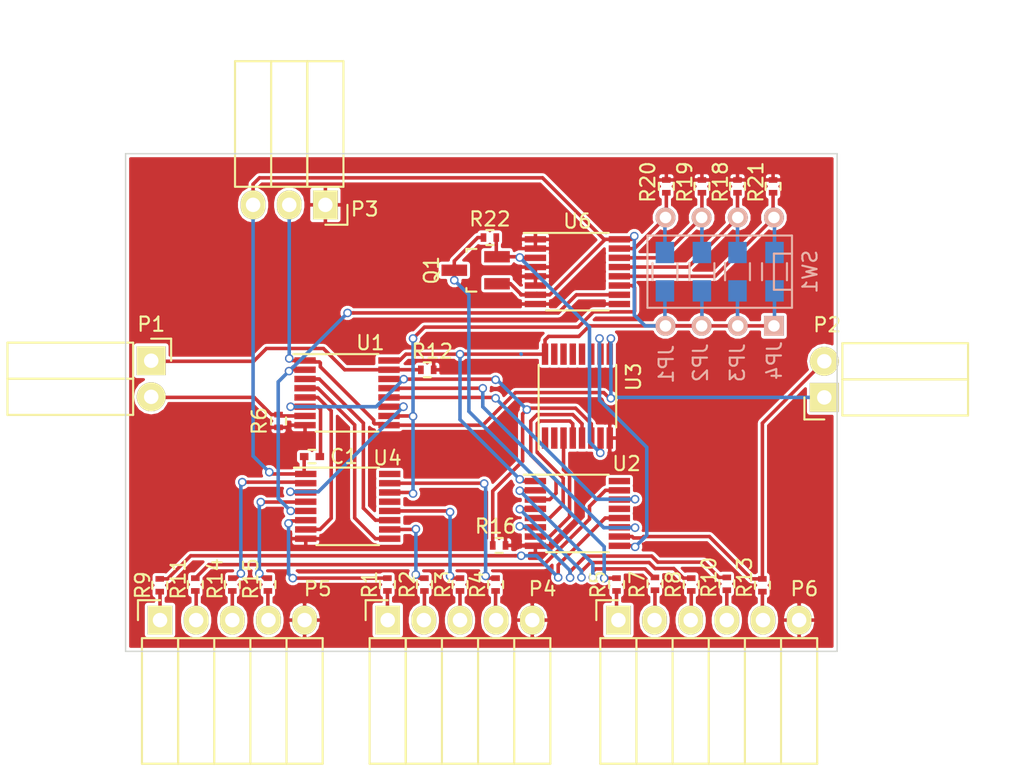
<source format=kicad_pcb>
(kicad_pcb (version 4) (host pcbnew no-vcs-found-MacPorts)
  (layers (0 F.Cu signal) (31 B.Cu signal) (34 B.Paste user) (35 F.Paste user) (36 B.SilkS user) (37 F.SilkS user) (38 B.Mask user) (39 F.Mask user) (44 Edge.Cuts user))
  (net 0 "")
  (net 1 /reset)
  (net 2 "Net-(P1-Pad1)")
  (net 3 "Net-(P1-Pad2)")
  (net 4 /out)
  (net 5 /clock)
  (net 6 "Net-(U1-Pad3)")
  (net 7 "Net-(U1-Pad4)")
  (net 8 "Net-(U1-Pad5)")
  (net 9 /in_a)
  (net 10 "Net-(U1-Pad11)")
  (net 11 "Net-(U1-Pad12)")
  (net 12 "Net-(U1-Pad13)")
  (net 13 /in_b)
  (net 14 "Net-(U2-Pad3)")
  (net 15 "Net-(U2-Pad5)")
  (net 16 "Net-(U2-Pad7)")
  (net 17 "Net-(U2-Pad9)")
  (net 18 "Net-(P2-Pad2)")
  (net 19 "Net-(R1-Pad1)")
  (net 20 "Net-(R2-Pad1)")
  (net 21 "Net-(R3-Pad1)")
  (net 22 "Net-(R4-Pad1)")
  (net 23 "Net-(R7-Pad1)")
  (net 24 "Net-(R8-Pad1)")
  (net 25 "Net-(R9-Pad1)")
  (net 26 "Net-(R10-Pad1)")
  (net 27 "Net-(R11-Pad1)")
  (net 28 "Net-(R14-Pad1)")
  (net 29 "Net-(R15-Pad1)")
  (net 30 VSS)
  (net 31 /X0)
  (net 32 /X1)
  (net 33 /X2)
  (net 34 /X3)
  (net 35 "Net-(P4-Pad1)")
  (net 36 "Net-(P4-Pad2)")
  (net 37 "Net-(P4-Pad3)")
  (net 38 "Net-(P4-Pad4)")
  (net 39 /led_main)
  (net 40 "Net-(P5-Pad2)")
  (net 41 "Net-(P5-Pad3)")
  (net 42 "Net-(P5-Pad4)")
  (net 43 "Net-(Q1-Pad3)")
  (net 44 Vdd)
  (net 45 "Net-(P5-Pad1)")
  (net 46 "Net-(P6-Pad2)")
  (net 47 "Net-(P6-Pad3)")
  (net 48 "Net-(P6-Pad4)")
  (net 49 "Net-(P6-Pad5)")
  (module Socket_Strips:Socket_Strip_Angled_1x02 (layer F.Cu) (at 73.1 45.84 90)
    (fp_text reference P2 (at 5.1 0.2 180) (layer F.SilkS))
    (fp_text value Output)
    (pad 1 thru_hole rect (at 0 0 90) (size 2.032 2.032) (drill 1.016) (layers *.Cu *.Mask F.SilkS) (net 5 /clock))
    (pad 2 thru_hole oval (at 2.54 0 90) (size 2.032 2.032) (drill 1.016) (layers *.Cu *.Mask F.SilkS) (net 18 "Net-(P2-Pad2)"))
  )
  (module Housings_SSOP:TSSOP-16_4.4x5mm_Pitch0.65mm (layer F.Cu) (at 55.75 54)
    (fp_text reference U2 (at 3.45 -3.5) (layer F.SilkS))
    (fp_text value 4050)
    (pad 1 smd rect (at -2.95 -2.275) (size 1.5 0.45) (layers F.Cu F.Paste F.Mask) (net 44 Vdd))
    (pad 2 smd rect (at -2.95 -1.625) (size 1.5 0.45) (layers F.Cu F.Paste F.Mask) (net 23 "Net-(R7-Pad1)"))
    (pad 3 smd rect (at -2.95 -0.975) (size 1.5 0.45) (layers F.Cu F.Paste F.Mask) (net 14 "Net-(U2-Pad3)"))
    (pad 4 smd rect (at -2.95 -0.325) (size 1.5 0.45) (layers F.Cu F.Paste F.Mask) (net 24 "Net-(R8-Pad1)"))
    (pad 5 smd rect (at -2.95 0.325) (size 1.5 0.45) (layers F.Cu F.Paste F.Mask) (net 15 "Net-(U2-Pad5)"))
    (pad 6 smd rect (at -2.95 0.975) (size 1.5 0.45) (layers F.Cu F.Paste F.Mask) (net 26 "Net-(R10-Pad1)"))
    (pad 7 smd rect (at -2.95 1.625) (size 1.5 0.45) (layers F.Cu F.Paste F.Mask) (net 16 "Net-(U2-Pad7)"))
    (pad 8 smd rect (at -2.95 2.275) (size 1.5 0.45) (layers F.Cu F.Paste F.Mask) (net 30 VSS))
    (pad 9 smd rect (at 2.95 2.275) (size 1.5 0.45) (layers F.Cu F.Paste F.Mask) (net 17 "Net-(U2-Pad9)"))
    (pad 10 smd rect (at 2.95 1.625) (size 1.5 0.45) (layers F.Cu F.Paste F.Mask) (net 18 "Net-(P2-Pad2)"))
    (pad 11 smd rect (at 2.95 0.975) (size 1.5 0.45) (layers F.Cu F.Paste F.Mask) (net 12 "Net-(U1-Pad13)"))
    (pad 12 smd rect (at 2.95 0.325) (size 1.5 0.45) (layers F.Cu F.Paste F.Mask) (net 25 "Net-(R9-Pad1)"))
    (pad 13 smd rect (at 2.95 -0.325) (size 1.5 0.45) (layers F.Cu F.Paste F.Mask))
    (pad 14 smd rect (at 2.95 -0.975) (size 1.5 0.45) (layers F.Cu F.Paste F.Mask) (net 11 "Net-(U1-Pad12)"))
    (pad 15 smd rect (at 2.95 -1.625) (size 1.5 0.45) (layers F.Cu F.Paste F.Mask) (net 27 "Net-(R11-Pad1)"))
    (pad 16 smd rect (at 2.95 -2.275) (size 1.5 0.45) (layers F.Cu F.Paste F.Mask))
  )
  (module Socket_Strips:Socket_Strip_Angled_1x05 (layer F.Cu) (at 42.42 61.5)
    (fp_text reference P4 (at 10.88 -2.2) (layer F.SilkS))
    (fp_text value CONN_01X05)
    (pad 1 thru_hole rect (at 0 0) (size 1.7272 2.032) (drill 1.016) (layers *.Cu *.Mask F.SilkS) (net 35 "Net-(P4-Pad1)"))
    (pad 2 thru_hole oval (at 2.54 0) (size 1.7272 2.032) (drill 1.016) (layers *.Cu *.Mask F.SilkS) (net 36 "Net-(P4-Pad2)"))
    (pad 3 thru_hole oval (at 5.08 0) (size 1.7272 2.032) (drill 1.016) (layers *.Cu *.Mask F.SilkS) (net 37 "Net-(P4-Pad3)"))
    (pad 4 thru_hole oval (at 7.62 0) (size 1.7272 2.032) (drill 1.016) (layers *.Cu *.Mask F.SilkS) (net 38 "Net-(P4-Pad4)"))
    (pad 5 thru_hole oval (at 10.16 0) (size 1.7272 2.032) (drill 1.016) (layers *.Cu *.Mask F.SilkS) (net 30 VSS))
  )
  (module Housings_SSOP:TSSOP-16_4.4x5mm_Pitch0.65mm (layer F.Cu) (at 55.75 37)
    (fp_text reference U6 (at 0 -3.55) (layer F.SilkS))
    (fp_text value 4051)
    (pad 1 smd rect (at -2.95 -2.275) (size 1.5 0.45) (layers F.Cu F.Paste F.Mask) (net 30 VSS))
    (pad 2 smd rect (at -2.95 -1.625) (size 1.5 0.45) (layers F.Cu F.Paste F.Mask) (net 30 VSS))
    (pad 3 smd rect (at -2.95 -0.975) (size 1.5 0.45) (layers F.Cu F.Paste F.Mask) (net 4 /out))
    (pad 4 smd rect (at -2.95 -0.325) (size 1.5 0.45) (layers F.Cu F.Paste F.Mask) (net 30 VSS))
    (pad 5 smd rect (at -2.95 0.325) (size 1.5 0.45) (layers F.Cu F.Paste F.Mask) (net 30 VSS))
    (pad 6 smd rect (at -2.95 0.975) (size 1.5 0.45) (layers F.Cu F.Paste F.Mask) (net 30 VSS))
    (pad 7 smd rect (at -2.95 1.625) (size 1.5 0.45) (layers F.Cu F.Paste F.Mask) (net 44 Vdd))
    (pad 8 smd rect (at -2.95 2.275) (size 1.5 0.45) (layers F.Cu F.Paste F.Mask) (net 30 VSS))
    (pad 9 smd rect (at 2.95 2.275) (size 1.5 0.45) (layers F.Cu F.Paste F.Mask) (net 30 VSS))
    (pad 10 smd rect (at 2.95 1.625) (size 1.5 0.45) (layers F.Cu F.Paste F.Mask) (net 13 /in_b))
    (pad 11 smd rect (at 2.95 0.975) (size 1.5 0.45) (layers F.Cu F.Paste F.Mask) (net 9 /in_a))
    (pad 12 smd rect (at 2.95 0.325) (size 1.5 0.45) (layers F.Cu F.Paste F.Mask) (net 34 /X3))
    (pad 13 smd rect (at 2.95 -0.325) (size 1.5 0.45) (layers F.Cu F.Paste F.Mask) (net 31 /X0))
    (pad 14 smd rect (at 2.95 -0.975) (size 1.5 0.45) (layers F.Cu F.Paste F.Mask) (net 32 /X1))
    (pad 15 smd rect (at 2.95 -1.625) (size 1.5 0.45) (layers F.Cu F.Paste F.Mask) (net 33 /X2))
    (pad 16 smd rect (at 2.95 -2.275) (size 1.5 0.45) (layers F.Cu F.Paste F.Mask) (net 44 Vdd))
  )
  (module Socket_Strips:Socket_Strip_Angled_1x05 (layer F.Cu) (at 26.42 61.5)
    (fp_text reference P5 (at 11.08 -2.2) (layer F.SilkS))
    (fp_text value CONN_01X05)
    (pad 1 thru_hole rect (at 0 0) (size 1.7272 2.032) (drill 1.016) (layers *.Cu *.Mask F.SilkS) (net 45 "Net-(P5-Pad1)"))
    (pad 2 thru_hole oval (at 2.54 0) (size 1.7272 2.032) (drill 1.016) (layers *.Cu *.Mask F.SilkS) (net 40 "Net-(P5-Pad2)"))
    (pad 3 thru_hole oval (at 5.08 0) (size 1.7272 2.032) (drill 1.016) (layers *.Cu *.Mask F.SilkS) (net 41 "Net-(P5-Pad3)"))
    (pad 4 thru_hole oval (at 7.62 0) (size 1.7272 2.032) (drill 1.016) (layers *.Cu *.Mask F.SilkS) (net 42 "Net-(P5-Pad4)"))
    (pad 5 thru_hole oval (at 10.16 0) (size 1.7272 2.032) (drill 1.016) (layers *.Cu *.Mask F.SilkS) (net 30 VSS))
  )
  (module Resistors_SMD:R_0402 (layer F.Cu) (at 47.5 59 270)
    (fp_text reference R3 (at 0 1.2 270) (layer F.SilkS))
    (fp_text value 220)
    (pad 1 smd rect (at -0.45 0 270) (size 0.4 0.6) (layers F.Cu F.Paste F.Mask) (net 21 "Net-(R3-Pad1)"))
    (pad 2 smd rect (at 0.45 0 270) (size 0.4 0.6) (layers F.Cu F.Paste F.Mask) (net 37 "Net-(P4-Pad3)"))
  )
  (module Resistors_SMD:R_0402 (layer F.Cu) (at 42.4 59 270)
    (fp_text reference R1 (at 0 1.25 270) (layer F.SilkS))
    (fp_text value 220)
    (pad 1 smd rect (at -0.45 0 270) (size 0.4 0.6) (layers F.Cu F.Paste F.Mask) (net 19 "Net-(R1-Pad1)"))
    (pad 2 smd rect (at 0.45 0 270) (size 0.4 0.6) (layers F.Cu F.Paste F.Mask) (net 35 "Net-(P4-Pad1)"))
  )
  (module Housings_SSOP:TSSOP-16_4.4x5mm_Pitch0.65mm (layer F.Cu) (at 39.56 45.52)
    (fp_text reference U1 (at 1.64 -3.52) (layer F.SilkS))
    (fp_text value 4015)
    (pad 1 smd rect (at -2.95 -2.275) (size 1.5 0.45) (layers F.Cu F.Paste F.Mask) (net 5 /clock))
    (pad 2 smd rect (at -2.95 -1.625) (size 1.5 0.45) (layers F.Cu F.Paste F.Mask) (net 13 /in_b))
    (pad 3 smd rect (at -2.95 -0.975) (size 1.5 0.45) (layers F.Cu F.Paste F.Mask) (net 6 "Net-(U1-Pad3)"))
    (pad 4 smd rect (at -2.95 -0.325) (size 1.5 0.45) (layers F.Cu F.Paste F.Mask) (net 7 "Net-(U1-Pad4)"))
    (pad 5 smd rect (at -2.95 0.325) (size 1.5 0.45) (layers F.Cu F.Paste F.Mask) (net 8 "Net-(U1-Pad5)"))
    (pad 6 smd rect (at -2.95 0.975) (size 1.5 0.45) (layers F.Cu F.Paste F.Mask) (net 1 /reset))
    (pad 7 smd rect (at -2.95 1.625) (size 1.5 0.45) (layers F.Cu F.Paste F.Mask) (net 3 "Net-(P1-Pad2)"))
    (pad 8 smd rect (at -2.95 2.275) (size 1.5 0.45) (layers F.Cu F.Paste F.Mask) (net 30 VSS))
    (pad 9 smd rect (at 2.95 2.275) (size 1.5 0.45) (layers F.Cu F.Paste F.Mask) (net 5 /clock))
    (pad 10 smd rect (at 2.95 1.625) (size 1.5 0.45) (layers F.Cu F.Paste F.Mask) (net 9 /in_a))
    (pad 11 smd rect (at 2.95 0.975) (size 1.5 0.45) (layers F.Cu F.Paste F.Mask) (net 10 "Net-(U1-Pad11)"))
    (pad 12 smd rect (at 2.95 0.325) (size 1.5 0.45) (layers F.Cu F.Paste F.Mask) (net 11 "Net-(U1-Pad12)"))
    (pad 13 smd rect (at 2.95 -0.325) (size 1.5 0.45) (layers F.Cu F.Paste F.Mask) (net 12 "Net-(U1-Pad13)"))
    (pad 14 smd rect (at 2.95 -0.975) (size 1.5 0.45) (layers F.Cu F.Paste F.Mask) (net 1 /reset))
    (pad 15 smd rect (at 2.95 -1.625) (size 1.5 0.45) (layers F.Cu F.Paste F.Mask) (net 2 "Net-(P1-Pad1)"))
    (pad 16 smd rect (at 2.95 -2.275) (size 1.5 0.45) (layers F.Cu F.Paste F.Mask) (net 44 Vdd))
  )
  (module Resistors_SMD:R_0402 (layer F.Cu) (at 49.6 34.6 180)
    (fp_text reference R22 (at 0 1.3 180) (layer F.SilkS))
    (fp_text value 0R)
    (pad 1 smd rect (at -0.45 0 180) (size 0.4 0.6) (layers F.Cu F.Paste F.Mask) (net 4 /out))
    (pad 2 smd rect (at 0.45 0 180) (size 0.4 0.6) (layers F.Cu F.Paste F.Mask) (net 43 "Net-(Q1-Pad3)"))
  )
  (module Sockets_DIP:DIP-8__300 (layer B.Cu) (at 65.75 37 180)
    (fp_text reference SW1 (at -6.35 0 450) (layer B.SilkS) (effects (justify mirror)))
    (fp_text value DIPS_04)
    (pad 1 thru_hole rect (at -3.81 -3.81 180) (size 1.397 1.397) (drill 0.8128) (layers *.Cu *.Mask B.SilkS) (net 44 Vdd))
    (pad 2 thru_hole circle (at -1.27 -3.81 180) (size 1.397 1.397) (drill 0.8128) (layers *.Cu *.Mask B.SilkS) (net 44 Vdd))
    (pad 3 thru_hole circle (at 1.27 -3.81 180) (size 1.397 1.397) (drill 0.8128) (layers *.Cu *.Mask B.SilkS) (net 44 Vdd))
    (pad 4 thru_hole circle (at 3.81 -3.81 180) (size 1.397 1.397) (drill 0.8128) (layers *.Cu *.Mask B.SilkS) (net 44 Vdd))
    (pad 5 thru_hole circle (at 3.81 3.81 180) (size 1.397 1.397) (drill 0.8128) (layers *.Cu *.Mask B.SilkS) (net 33 /X2))
    (pad 6 thru_hole circle (at 1.27 3.81 180) (size 1.397 1.397) (drill 0.8128) (layers *.Cu *.Mask B.SilkS) (net 32 /X1))
    (pad 7 thru_hole circle (at -1.27 3.81 180) (size 1.397 1.397) (drill 0.8128) (layers *.Cu *.Mask B.SilkS) (net 31 /X0))
    (pad 8 thru_hole circle (at -3.81 3.81 180) (size 1.397 1.397) (drill 0.8128) (layers *.Cu *.Mask B.SilkS) (net 34 /X3))
  )
  (module Capacitors_SMD:C_0402 (layer F.Cu) (at 37.1 50)
    (fp_text reference C1 (at 2.25 0) (layer F.SilkS))
    (fp_text value C)
    (pad 1 smd rect (at -0.55 0) (size 0.6 0.5) (layers F.Cu F.Paste F.Mask) (net 44 Vdd))
    (pad 2 smd rect (at 0.55 0) (size 0.6 0.5) (layers F.Cu F.Paste F.Mask) (net 1 /reset))
  )
  (module Resistors_SMD:R_0402 (layer F.Cu) (at 45 59 270)
    (fp_text reference R2 (at 0 1.2 270) (layer F.SilkS))
    (fp_text value 220)
    (pad 1 smd rect (at -0.45 0 270) (size 0.4 0.6) (layers F.Cu F.Paste F.Mask) (net 20 "Net-(R2-Pad1)"))
    (pad 2 smd rect (at 0.45 0 270) (size 0.4 0.6) (layers F.Cu F.Paste F.Mask) (net 36 "Net-(P4-Pad2)"))
  )
  (module Resistors_SMD:R_0402 (layer F.Cu) (at 50 59 270)
    (fp_text reference R4 (at 0 1.25 270) (layer F.SilkS))
    (fp_text value 220)
    (pad 1 smd rect (at -0.45 0 270) (size 0.4 0.6) (layers F.Cu F.Paste F.Mask) (net 22 "Net-(R4-Pad1)"))
    (pad 2 smd rect (at 0.45 0 270) (size 0.4 0.6) (layers F.Cu F.Paste F.Mask) (net 38 "Net-(P4-Pad4)"))
  )
  (module Resistors_SMD:R_0402 (layer F.Cu) (at 58.5 59 270)
    (fp_text reference R5 (at 0 1.3 270) (layer F.SilkS))
    (fp_text value 220)
    (pad 1 smd rect (at -0.45 0 270) (size 0.4 0.6) (layers F.Cu F.Paste F.Mask) (net 43 "Net-(Q1-Pad3)"))
    (pad 2 smd rect (at 0.45 0 270) (size 0.4 0.6) (layers F.Cu F.Paste F.Mask) (net 39 /led_main))
  )
  (module Resistors_SMD:R_0402 (layer F.Cu) (at 34.75 47.5 90)
    (fp_text reference R6 (at 0 -1.35 90) (layer F.SilkS))
    (fp_text value 10k)
    (pad 1 smd rect (at -0.45 0 90) (size 0.4 0.6) (layers F.Cu F.Paste F.Mask) (net 30 VSS))
    (pad 2 smd rect (at 0.45 0 90) (size 0.4 0.6) (layers F.Cu F.Paste F.Mask) (net 3 "Net-(P1-Pad2)"))
  )
  (module Resistors_SMD:R_0402 (layer F.Cu) (at 61.2 58.95 270)
    (fp_text reference R7 (at 0.05 1.25 270) (layer F.SilkS))
    (fp_text value 220)
    (pad 1 smd rect (at -0.45 0 270) (size 0.4 0.6) (layers F.Cu F.Paste F.Mask) (net 23 "Net-(R7-Pad1)"))
    (pad 2 smd rect (at 0.45 0 270) (size 0.4 0.6) (layers F.Cu F.Paste F.Mask) (net 46 "Net-(P6-Pad2)"))
  )
  (module Resistors_SMD:R_0402 (layer F.Cu) (at 63.75 59 270)
    (fp_text reference R8 (at 0 1.25 270) (layer F.SilkS))
    (fp_text value 220)
    (pad 1 smd rect (at -0.45 0 270) (size 0.4 0.6) (layers F.Cu F.Paste F.Mask) (net 24 "Net-(R8-Pad1)"))
    (pad 2 smd rect (at 0.45 0 270) (size 0.4 0.6) (layers F.Cu F.Paste F.Mask) (net 47 "Net-(P6-Pad3)"))
  )
  (module Resistors_SMD:R_0402 (layer F.Cu) (at 26.4 59.05 270)
    (fp_text reference R9 (at 0 1.2 270) (layer F.SilkS))
    (fp_text value 220)
    (pad 1 smd rect (at -0.45 0 270) (size 0.4 0.6) (layers F.Cu F.Paste F.Mask) (net 25 "Net-(R9-Pad1)"))
    (pad 2 smd rect (at 0.45 0 270) (size 0.4 0.6) (layers F.Cu F.Paste F.Mask) (net 45 "Net-(P5-Pad1)"))
  )
  (module Resistors_SMD:R_0402 (layer F.Cu) (at 66.25 58.95 270)
    (fp_text reference R10 (at -0.45 1.25 270) (layer F.SilkS))
    (fp_text value 220)
    (pad 1 smd rect (at -0.45 0 270) (size 0.4 0.6) (layers F.Cu F.Paste F.Mask) (net 26 "Net-(R10-Pad1)"))
    (pad 2 smd rect (at 0.45 0 270) (size 0.4 0.6) (layers F.Cu F.Paste F.Mask) (net 48 "Net-(P6-Pad4)"))
  )
  (module Resistors_SMD:R_0402 (layer F.Cu) (at 28.9 59 270)
    (fp_text reference R11 (at -0.4 1.2 270) (layer F.SilkS))
    (fp_text value 220)
    (pad 1 smd rect (at -0.45 0 270) (size 0.4 0.6) (layers F.Cu F.Paste F.Mask) (net 27 "Net-(R11-Pad1)"))
    (pad 2 smd rect (at 0.45 0 270) (size 0.4 0.6) (layers F.Cu F.Paste F.Mask) (net 40 "Net-(P5-Pad2)"))
  )
  (module Resistors_SMD:R_0402 (layer F.Cu) (at 45.2 43.9)
    (fp_text reference R12 (at 0.35 -1.3) (layer F.SilkS))
    (fp_text value 10k)
    (pad 1 smd rect (at -0.45 0) (size 0.4 0.6) (layers F.Cu F.Paste F.Mask) (net 2 "Net-(P1-Pad1)"))
    (pad 2 smd rect (at 0.45 0) (size 0.4 0.6) (layers F.Cu F.Paste F.Mask) (net 30 VSS))
  )
  (module Resistors_SMD:R_0402 (layer F.Cu) (at 68.75 59.05 270)
    (fp_text reference R13 (at -0.55 1.25 450) (layer F.SilkS))
    (fp_text value 220)
    (pad 1 smd rect (at -0.45 0 270) (size 0.4 0.6) (layers F.Cu F.Paste F.Mask) (net 18 "Net-(P2-Pad2)"))
    (pad 2 smd rect (at 0.45 0 270) (size 0.4 0.6) (layers F.Cu F.Paste F.Mask) (net 49 "Net-(P6-Pad5)"))
  )
  (module Resistors_SMD:R_0402 (layer F.Cu) (at 31.5 59 270)
    (fp_text reference R14 (at -0.4 1.2 270) (layer F.SilkS))
    (fp_text value 220)
    (pad 1 smd rect (at -0.45 0 270) (size 0.4 0.6) (layers F.Cu F.Paste F.Mask) (net 28 "Net-(R14-Pad1)"))
    (pad 2 smd rect (at 0.45 0 270) (size 0.4 0.6) (layers F.Cu F.Paste F.Mask) (net 41 "Net-(P5-Pad3)"))
  )
  (module Resistors_SMD:R_0402 (layer F.Cu) (at 34 59 270)
    (fp_text reference R15 (at -0.4 1.2 270) (layer F.SilkS))
    (fp_text value 220)
    (pad 1 smd rect (at -0.45 0 270) (size 0.4 0.6) (layers F.Cu F.Paste F.Mask) (net 29 "Net-(R15-Pad1)"))
    (pad 2 smd rect (at 0.45 0 270) (size 0.4 0.6) (layers F.Cu F.Paste F.Mask) (net 42 "Net-(P5-Pad4)"))
  )
  (module Resistors_SMD:R_0402 (layer F.Cu) (at 50.25 56.25 180)
    (fp_text reference R16 (at 0.25 1.35 180) (layer F.SilkS))
    (fp_text value R)
    (pad 1 smd rect (at -0.45 0 180) (size 0.4 0.6) (layers F.Cu F.Paste F.Mask) (net 30 VSS))
    (pad 2 smd rect (at 0.45 0 180) (size 0.4 0.6) (layers F.Cu F.Paste F.Mask) (net 1 /reset))
  )
  (module Resistors_SMD:R_0402 (layer F.Cu) (at 67 31 90)
    (fp_text reference R18 (at 0.3 -1.2 90) (layer F.SilkS))
    (fp_text value 10k)
    (pad 1 smd rect (at -0.45 0 90) (size 0.4 0.6) (layers F.Cu F.Paste F.Mask) (net 31 /X0))
    (pad 2 smd rect (at 0.45 0 90) (size 0.4 0.6) (layers F.Cu F.Paste F.Mask) (net 30 VSS))
  )
  (module Resistors_SMD:R_0402 (layer F.Cu) (at 64.5 31 90)
    (fp_text reference R19 (at 0.3 -1.2 90) (layer F.SilkS))
    (fp_text value 10k)
    (pad 1 smd rect (at -0.45 0 90) (size 0.4 0.6) (layers F.Cu F.Paste F.Mask) (net 32 /X1))
    (pad 2 smd rect (at 0.45 0 90) (size 0.4 0.6) (layers F.Cu F.Paste F.Mask) (net 30 VSS))
  )
  (module Resistors_SMD:R_0402 (layer F.Cu) (at 62 31 90)
    (fp_text reference R20 (at 0.3 -1.3 90) (layer F.SilkS))
    (fp_text value 10k)
    (pad 1 smd rect (at -0.45 0 90) (size 0.4 0.6) (layers F.Cu F.Paste F.Mask) (net 33 /X2))
    (pad 2 smd rect (at 0.45 0 90) (size 0.4 0.6) (layers F.Cu F.Paste F.Mask) (net 30 VSS))
  )
  (module Resistors_SMD:R_0402 (layer F.Cu) (at 69.5 31 90)
    (fp_text reference R21 (at 0.3 -1.2 90) (layer F.SilkS))
    (fp_text value 10k)
    (pad 1 smd rect (at -0.45 0 90) (size 0.4 0.6) (layers F.Cu F.Paste F.Mask) (net 34 /X3))
    (pad 2 smd rect (at 0.45 0 90) (size 0.4 0.6) (layers F.Cu F.Paste F.Mask) (net 30 VSS))
  )
  (module Housings_SSOP:TSSOP-16_4.4x5mm_Pitch0.65mm (layer F.Cu) (at 55.75 45.75 90)
    (fp_text reference U3 (at 1.35 3.95 90) (layer F.SilkS))
    (fp_text value 4015)
    (pad 1 smd rect (at -2.95 -2.275 90) (size 1.5 0.45) (layers F.Cu F.Paste F.Mask))
    (pad 2 smd rect (at -2.95 -1.625 90) (size 1.5 0.45) (layers F.Cu F.Paste F.Mask))
    (pad 3 smd rect (at -2.95 -0.975 90) (size 1.5 0.45) (layers F.Cu F.Paste F.Mask) (net 16 "Net-(U2-Pad7)"))
    (pad 4 smd rect (at -2.95 -0.325 90) (size 1.5 0.45) (layers F.Cu F.Paste F.Mask) (net 15 "Net-(U2-Pad5)"))
    (pad 5 smd rect (at -2.95 0.325 90) (size 1.5 0.45) (layers F.Cu F.Paste F.Mask) (net 14 "Net-(U2-Pad3)"))
    (pad 6 smd rect (at -2.95 0.975 90) (size 1.5 0.45) (layers F.Cu F.Paste F.Mask) (net 1 /reset))
    (pad 7 smd rect (at -2.95 1.625 90) (size 1.5 0.45) (layers F.Cu F.Paste F.Mask) (net 4 /out))
    (pad 8 smd rect (at -2.95 2.275 90) (size 1.5 0.45) (layers F.Cu F.Paste F.Mask) (net 30 VSS))
    (pad 9 smd rect (at 2.95 2.275 90) (size 1.5 0.45) (layers F.Cu F.Paste F.Mask) (net 5 /clock))
    (pad 10 smd rect (at 2.95 1.625 90) (size 1.5 0.45) (layers F.Cu F.Paste F.Mask) (net 17 "Net-(U2-Pad9)"))
    (pad 11 smd rect (at 2.95 0.975 90) (size 1.5 0.45) (layers F.Cu F.Paste F.Mask))
    (pad 12 smd rect (at 2.95 0.325 90) (size 1.5 0.45) (layers F.Cu F.Paste F.Mask))
    (pad 13 smd rect (at 2.95 -0.325 90) (size 1.5 0.45) (layers F.Cu F.Paste F.Mask))
    (pad 14 smd rect (at 2.95 -0.975 90) (size 1.5 0.45) (layers F.Cu F.Paste F.Mask))
    (pad 15 smd rect (at 2.95 -1.625 90) (size 1.5 0.45) (layers F.Cu F.Paste F.Mask))
    (pad 16 smd rect (at 2.95 -2.275 90) (size 1.5 0.45) (layers F.Cu F.Paste F.Mask) (net 44 Vdd))
  )
  (module Housings_SSOP:TSSOP-16_4.4x5mm_Pitch0.65mm (layer F.Cu) (at 39.61 53.5)
    (fp_text reference U4 (at 2.79 -3.4 180) (layer F.SilkS))
    (fp_text value 4050)
    (pad 1 smd rect (at -2.95 -2.275) (size 1.5 0.45) (layers F.Cu F.Paste F.Mask) (net 44 Vdd))
    (pad 2 smd rect (at -2.95 -1.625) (size 1.5 0.45) (layers F.Cu F.Paste F.Mask) (net 28 "Net-(R14-Pad1)"))
    (pad 3 smd rect (at -2.95 -0.975) (size 1.5 0.45) (layers F.Cu F.Paste F.Mask) (net 10 "Net-(U1-Pad11)"))
    (pad 4 smd rect (at -2.95 -0.325) (size 1.5 0.45) (layers F.Cu F.Paste F.Mask) (net 29 "Net-(R15-Pad1)"))
    (pad 5 smd rect (at -2.95 0.325) (size 1.5 0.45) (layers F.Cu F.Paste F.Mask) (net 13 /in_b))
    (pad 6 smd rect (at -2.95 0.975) (size 1.5 0.45) (layers F.Cu F.Paste F.Mask) (net 19 "Net-(R1-Pad1)"))
    (pad 7 smd rect (at -2.95 1.625) (size 1.5 0.45) (layers F.Cu F.Paste F.Mask) (net 8 "Net-(U1-Pad5)"))
    (pad 8 smd rect (at -2.95 2.275) (size 1.5 0.45) (layers F.Cu F.Paste F.Mask) (net 30 VSS))
    (pad 9 smd rect (at 2.95 2.275) (size 1.5 0.45) (layers F.Cu F.Paste F.Mask) (net 7 "Net-(U1-Pad4)"))
    (pad 10 smd rect (at 2.95 1.625) (size 1.5 0.45) (layers F.Cu F.Paste F.Mask) (net 20 "Net-(R2-Pad1)"))
    (pad 11 smd rect (at 2.95 0.975) (size 1.5 0.45) (layers F.Cu F.Paste F.Mask) (net 6 "Net-(U1-Pad3)"))
    (pad 12 smd rect (at 2.95 0.325) (size 1.5 0.45) (layers F.Cu F.Paste F.Mask) (net 21 "Net-(R3-Pad1)"))
    (pad 13 smd rect (at 2.95 -0.325) (size 1.5 0.45) (layers F.Cu F.Paste F.Mask))
    (pad 14 smd rect (at 2.95 -0.975) (size 1.5 0.45) (layers F.Cu F.Paste F.Mask) (net 9 /in_a))
    (pad 15 smd rect (at 2.95 -1.625) (size 1.5 0.45) (layers F.Cu F.Paste F.Mask) (net 22 "Net-(R4-Pad1)"))
    (pad 16 smd rect (at 2.95 -2.275) (size 1.5 0.45) (layers F.Cu F.Paste F.Mask))
  )
  (module Socket_Strips:Socket_Strip_Angled_1x06 (layer F.Cu) (at 58.63 61.5)
    (fp_text reference P6 (at 13.07 -2.2) (layer F.SilkS))
    (fp_text value CONN_01X06)
    (pad 1 thru_hole rect (at 0 0) (size 1.7272 2.032) (drill 1.016) (layers *.Cu *.Mask F.SilkS) (net 39 /led_main))
    (pad 2 thru_hole oval (at 2.54 0) (size 1.7272 2.032) (drill 1.016) (layers *.Cu *.Mask F.SilkS) (net 46 "Net-(P6-Pad2)"))
    (pad 3 thru_hole oval (at 5.08 0) (size 1.7272 2.032) (drill 1.016) (layers *.Cu *.Mask F.SilkS) (net 47 "Net-(P6-Pad3)"))
    (pad 4 thru_hole oval (at 7.62 0) (size 1.7272 2.032) (drill 1.016) (layers *.Cu *.Mask F.SilkS) (net 48 "Net-(P6-Pad4)"))
    (pad 5 thru_hole oval (at 10.16 0) (size 1.7272 2.032) (drill 1.016) (layers *.Cu *.Mask F.SilkS) (net 49 "Net-(P6-Pad5)"))
    (pad 6 thru_hole oval (at 12.7 0) (size 1.7272 2.032) (drill 1.016) (layers *.Cu *.Mask F.SilkS) (net 30 VSS))
  )
  (module Socket_Strips:Socket_Strip_Angled_1x03 (layer F.Cu) (at 38.04 32.3 180)
    (fp_text reference P3 (at -2.76 -0.3 180) (layer F.SilkS))
    (fp_text value Power)
    (pad 1 thru_hole rect (at 0 0 180) (size 1.7272 2.032) (drill 1.016) (layers *.Cu *.Mask F.SilkS) (net 30 VSS))
    (pad 2 thru_hole oval (at 2.54 0 180) (size 1.7272 2.032) (drill 1.016) (layers *.Cu *.Mask F.SilkS) (net 5 /clock))
    (pad 3 thru_hole oval (at 5.08 0 180) (size 1.7272 2.032) (drill 1.016) (layers *.Cu *.Mask F.SilkS) (net 44 Vdd))
  )
  (module Socket_Strips:Socket_Strip_Angled_1x02 (layer F.Cu) (at 25.8 43.26 270)
    (fp_text reference P1 (at -2.56 0 360) (layer F.SilkS))
    (fp_text value Input)
    (pad 1 thru_hole rect (at 0 0 270) (size 2.032 2.032) (drill 1.016) (layers *.Cu *.Mask F.SilkS) (net 2 "Net-(P1-Pad1)"))
    (pad 2 thru_hole oval (at 2.54 0 270) (size 2.032 2.032) (drill 1.016) (layers *.Cu *.Mask F.SilkS) (net 3 "Net-(P1-Pad2)"))
  )
  (module Housings_SOT-23_SOT-143_TSOT-6:SOT-23_Handsoldering (layer F.Cu) (at 48.6 36.9 90)
    (fp_text reference Q1 (at 0 -3.1 90) (layer F.SilkS))
    (fp_text value Q_NMOS_DGS)
    (pad 1 smd rect (at -0.95 1.50114 90) (size 0.8001 1.80086) (layers F.Cu F.Paste F.Mask) (net 44 Vdd))
    (pad 2 smd rect (at 0.95 1.50114 90) (size 0.8001 1.80086) (layers F.Cu F.Paste F.Mask) (net 4 /out))
    (pad 3 smd rect (at 0 -1.50114 90) (size 0.8001 1.80086) (layers F.Cu F.Paste F.Mask) (net 43 "Net-(Q1-Pad3)"))
  )
  (module Resistors_SMD:R_0805_HandSoldering (layer B.Cu) (at 61.9 37 90)
    (fp_text reference JP1 (at -6.5 0.1 90) (layer B.SilkS) (effects (justify mirror)))
    (fp_text value JUMPER)
    (pad 1 smd rect (at -1.35 0 90) (size 1.5 1.3) (layers B.Cu B.Paste B.Mask) (net 44 Vdd))
    (pad 2 smd rect (at 1.35 0 90) (size 1.5 1.3) (layers B.Cu B.Paste B.Mask) (net 33 /X2))
  )
  (module Resistors_SMD:R_0805_HandSoldering (layer B.Cu) (at 64.5 37 90)
    (fp_text reference JP2 (at -6.4 -0.1 90) (layer B.SilkS) (effects (justify mirror)))
    (fp_text value JUMPER)
    (pad 1 smd rect (at -1.35 0 90) (size 1.5 1.3) (layers B.Cu B.Paste B.Mask) (net 44 Vdd))
    (pad 2 smd rect (at 1.35 0 90) (size 1.5 1.3) (layers B.Cu B.Paste B.Mask) (net 32 /X1))
  )
  (module Resistors_SMD:R_0805_HandSoldering (layer B.Cu) (at 67 37 90)
    (fp_text reference JP3 (at -6.4 0 90) (layer B.SilkS) (effects (justify mirror)))
    (fp_text value JUMPER)
    (pad 1 smd rect (at -1.35 0 90) (size 1.5 1.3) (layers B.Cu B.Paste B.Mask) (net 44 Vdd))
    (pad 2 smd rect (at 1.35 0 90) (size 1.5 1.3) (layers B.Cu B.Paste B.Mask) (net 31 /X0))
  )
  (module Resistors_SMD:R_0805_HandSoldering (layer B.Cu) (at 69.6 37 90)
    (fp_text reference JP4 (at -6.25 0 90) (layer B.SilkS) (effects (justify mirror)))
    (fp_text value JUMPER)
    (pad 1 smd rect (at -1.35 0 90) (size 1.5 1.3) (layers B.Cu B.Paste B.Mask) (net 44 Vdd))
    (pad 2 smd rect (at 1.35 0 90) (size 1.5 1.3) (layers B.Cu B.Paste B.Mask) (net 34 /X3))
  )
  (gr_line (start 24 28.7) (end 24 63.7) (layer Edge.Cuts) (width 0.1))
  (gr_line (start 24 63.7) (end 74 63.7) (layer Edge.Cuts) (width 0.1))
  (gr_line (start 74 28.7) (end 24 28.7) (layer Edge.Cuts) (width 0.1))
  (gr_line (start 74 63.7) (end 74 28.7) (layer Edge.Cuts) (width 0.1))
  (segment (start 51.786606 42.786606) (end 51.8 42.8) (width 0.25) (layer B.Cu) (net 0))
  (segment (start 41.605006 46.494994) (end 35.596595 46.494994) (width 0.25) (layer B.Cu) (net 1))
  (segment (start 43.544368 44.558738) (end 43.541262 44.558738) (width 0.25) (layer B.Cu) (net 1))
  (segment (start 43.541262 44.558738) (end 41.605006 46.494994) (width 0.25) (layer B.Cu) (net 1))
  (segment (start 49.958738 44.558738) (end 50 44.6) (width 0.25) (layer F.Cu) (net 1))
  (segment (start 43.544368 44.558738) (end 49.958738 44.558738) (width 0.25) (layer F.Cu) (net 1))
  (segment (start 50.1 44.6) (end 50 44.6) (width 0.25) (layer B.Cu) (net 1))
  (segment (start 52.2 46.7) (end 50.1 44.6) (width 0.25) (layer B.Cu) (net 1))
  (via (at 50 44.6) (size 0.6) (drill 0.4) (layers F.Cu B.Cu) (net 1))
  (segment (start 36.61 46.495) (end 37.520002 46.495) (width 0.25) (layer F.Cu) (net 1))
  (segment (start 37.520002 46.495) (end 37.7 46.674998) (width 0.25) (layer F.Cu) (net 1))
  (segment (start 37.7 46.674998) (end 37.7 50) (width 0.25) (layer F.Cu) (net 1))
  (segment (start 37.7 50) (end 37.65 50) (width 0.25) (layer F.Cu) (net 1))
  (segment (start 51.900001 50.325001) (end 49.8 52.425002) (width 0.25) (layer F.Cu) (net 1))
  (segment (start 52.2 46.7) (end 51.900001 46.999999) (width 0.25) (layer F.Cu) (net 1))
  (segment (start 49.8 52.425002) (end 49.8 55.7) (width 0.25) (layer F.Cu) (net 1))
  (segment (start 49.8 55.7) (end 49.8 56.25) (width 0.25) (layer F.Cu) (net 1))
  (segment (start 51.900001 46.999999) (end 51.900001 50.325001) (width 0.25) (layer F.Cu) (net 1))
  (segment (start 36.61 46.495) (end 36.609994 46.494994) (width 0.25) (layer F.Cu) (net 1))
  (segment (start 36.609994 46.494994) (end 35.596595 46.494994) (width 0.25) (layer F.Cu) (net 1))
  (segment (start 56.725 48.7) (end 56.725 47.7) (width 0.25) (layer F.Cu) (net 1))
  (segment (start 56.725 47.7) (end 55.625 46.6) (width 0.25) (layer F.Cu) (net 1))
  (segment (start 55.625 46.6) (end 52.2 46.6) (width 0.25) (layer F.Cu) (net 1))
  (segment (start 52.2 46.6) (end 52.2 46.7) (width 0.25) (layer F.Cu) (net 1))
  (via (at 52.2 46.7) (size 0.6) (drill 0.4) (layers F.Cu B.Cu) (net 1))
  (segment (start 35.596601 46.495) (end 35.596595 46.494994) (width 0.25) (layer F.Cu) (net 1))
  (segment (start 36.61 46.495) (end 35.596601 46.495) (width 0.25) (layer F.Cu) (net 1))
  (via (at 35.596595 46.494994) (size 0.6) (drill 0.4) (layers F.Cu B.Cu) (net 1))
  (segment (start 43.544368 44.558738) (end 42.523738 44.558738) (width 0.25) (layer F.Cu) (net 1))
  (segment (start 42.523738 44.558738) (end 42.51 44.545) (width 0.25) (layer F.Cu) (net 1))
  (via (at 43.544368 44.558738) (size 0.6) (drill 0.4) (layers F.Cu B.Cu) (net 1))
  (segment (start 49.8 56.25) (end 49.8 56.35) (width 0.25) (layer F.Cu) (net 1))
  (segment (start 25.8 43.3) (end 33 43.3) (width 0.25) (layer F.Cu) (net 2))
  (segment (start 33 43.3) (end 33.9 42.4) (width 0.25) (layer F.Cu) (net 2))
  (segment (start 33.9 42.4) (end 37.9 42.4) (width 0.25) (layer F.Cu) (net 2))
  (segment (start 39.395 43.895) (end 42.51 43.895) (width 0.25) (layer F.Cu) (net 2))
  (segment (start 37.9 42.4) (end 39.395 43.895) (width 0.25) (layer F.Cu) (net 2))
  (segment (start 42.51 43.895) (end 44.695 43.895) (width 0.25) (layer F.Cu) (net 2))
  (segment (start 44.695 43.895) (end 44.8 44) (width 0.25) (layer F.Cu) (net 2))
  (segment (start 34.75 47.05) (end 34.25 47.05) (width 0.25) (layer F.Cu) (net 3))
  (segment (start 34.25 47.05) (end 33.04 45.84) (width 0.25) (layer F.Cu) (net 3))
  (segment (start 33.04 45.84) (end 25.84 45.84) (width 0.25) (layer F.Cu) (net 3))
  (segment (start 25.84 45.84) (end 25.8 45.8) (width 0.25) (layer F.Cu) (net 3))
  (segment (start 36.61 47.145) (end 34.845 47.145) (width 0.25) (layer F.Cu) (net 3))
  (segment (start 34.845 47.145) (end 34.75 47.05) (width 0.25) (layer F.Cu) (net 3))
  (segment (start 56.600001 40.900001) (end 51.999999 36.299999) (width 0.25) (layer B.Cu) (net 4))
  (segment (start 56.600001 48.98375) (end 56.600001 40.900001) (width 0.25) (layer B.Cu) (net 4))
  (segment (start 57.356877 49.740626) (end 56.600001 48.98375) (width 0.25) (layer B.Cu) (net 4))
  (segment (start 51.725 36.025) (end 51.7 36) (width 0.25) (layer F.Cu) (net 4))
  (segment (start 52.8 36.025) (end 51.725 36.025) (width 0.25) (layer F.Cu) (net 4))
  (segment (start 51.65 35.95) (end 51.7 36) (width 0.25) (layer F.Cu) (net 4))
  (segment (start 50.10114 35.95) (end 51.65 35.95) (width 0.25) (layer F.Cu) (net 4))
  (segment (start 51.999999 36.299999) (end 51.7 36) (width 0.25) (layer B.Cu) (net 4))
  (via (at 51.7 36) (size 0.6) (drill 0.4) (layers F.Cu B.Cu) (net 4))
  (segment (start 57.375 49.722503) (end 57.356877 49.740626) (width 0.25) (layer F.Cu) (net 4))
  (via (at 57.356877 49.740626) (size 0.6) (drill 0.4) (layers F.Cu B.Cu) (net 4))
  (segment (start 57.375 48.7) (end 57.375 49.722503) (width 0.25) (layer F.Cu) (net 4))
  (segment (start 50.05 34.6) (end 50.05 35.89886) (width 0.25) (layer F.Cu) (net 4))
  (segment (start 50.05 35.89886) (end 50.10114 35.95) (width 0.25) (layer F.Cu) (net 4))
  (segment (start 50.17614 36.025) (end 50.10114 35.95) (width 0.25) (layer F.Cu) (net 4))
  (segment (start 73.1 45.84) (end 58.16 45.84) (width 0.25) (layer B.Cu) (net 5))
  (segment (start 58.16 45.84) (end 58.1 45.9) (width 0.25) (layer B.Cu) (net 5))
  (segment (start 57.997318 45.897318) (end 57.6 45.5) (width 0.25) (layer F.Cu) (net 5))
  (segment (start 57.6 45.5) (end 51.4 45.5) (width 0.25) (layer F.Cu) (net 5))
  (segment (start 51.4 45.5) (end 49.105 47.795) (width 0.25) (layer F.Cu) (net 5))
  (segment (start 49.105 47.795) (end 43.035 47.795) (width 0.25) (layer F.Cu) (net 5))
  (segment (start 43.035 47.795) (end 42.51 47.795) (width 0.25) (layer F.Cu) (net 5))
  (segment (start 58.103216 45.896784) (end 58.1 45.9) (width 0.25) (layer B.Cu) (net 5))
  (via (at 58.1 45.9) (size 0.6) (drill 0.4) (layers F.Cu B.Cu) (net 5))
  (segment (start 58.103216 41.700015) (end 58.103216 45.896784) (width 0.25) (layer B.Cu) (net 5))
  (segment (start 58.025 42.8) (end 58.025 41.778231) (width 0.25) (layer F.Cu) (net 5))
  (segment (start 58.025 41.778231) (end 58.103216 41.700015) (width 0.25) (layer F.Cu) (net 5))
  (via (at 58.103216 41.700015) (size 0.6) (drill 0.4) (layers F.Cu B.Cu) (net 5))
  (segment (start 42.51 47.795) (end 42.16 47.795) (width 0.25) (layer F.Cu) (net 5))
  (segment (start 42.16 47.795) (end 42.060001 47.695001) (width 0.25) (layer F.Cu) (net 5))
  (segment (start 41.434999 47.630001) (end 41.434999 47.434999) (width 0.25) (layer F.Cu) (net 5))
  (segment (start 41.434999 47.434999) (end 37.685001 43.685001) (width 0.25) (layer F.Cu) (net 5))
  (segment (start 42.060001 47.695001) (end 41.499999 47.695001) (width 0.25) (layer F.Cu) (net 5))
  (segment (start 41.499999 47.695001) (end 41.434999 47.630001) (width 0.25) (layer F.Cu) (net 5))
  (segment (start 37.685001 43.685001) (end 37.685001 43.409999) (width 0.25) (layer F.Cu) (net 5))
  (segment (start 37.685001 43.409999) (end 37.620001 43.344999) (width 0.25) (layer F.Cu) (net 5))
  (segment (start 37.620001 43.344999) (end 37.344999 43.344999) (width 0.25) (layer F.Cu) (net 5))
  (segment (start 37.245 43.245) (end 36.61 43.245) (width 0.25) (layer F.Cu) (net 5))
  (segment (start 37.344999 43.344999) (end 37.245 43.245) (width 0.25) (layer F.Cu) (net 5))
  (segment (start 35.6 32.3) (end 35.5 32.4) (width 0.25) (layer B.Cu) (net 5))
  (segment (start 35.5 32.4) (end 35.5 43.099994) (width 0.25) (layer B.Cu) (net 5))
  (segment (start 35.5 43.099994) (end 35.499994 43.1) (width 0.25) (layer B.Cu) (net 5))
  (segment (start 35.499994 43.134994) (end 35.499994 43.1) (width 0.25) (layer F.Cu) (net 5))
  (segment (start 35.61 43.245) (end 35.499994 43.134994) (width 0.25) (layer F.Cu) (net 5))
  (segment (start 36.61 43.245) (end 35.61 43.245) (width 0.25) (layer F.Cu) (net 5))
  (via (at 35.499994 43.1) (size 0.6) (drill 0.4) (layers F.Cu B.Cu) (net 5))
  (segment (start 58.025 43.325) (end 58.025 42.8) (width 0.25) (layer F.Cu) (net 5))
  (segment (start 36.61 44.545) (end 37.61 44.545) (width 0.25) (layer F.Cu) (net 6))
  (segment (start 37.61 44.545) (end 40.71 47.645) (width 0.25) (layer F.Cu) (net 6))
  (segment (start 40.71 47.645) (end 40.71 53.625) (width 0.25) (layer F.Cu) (net 6))
  (segment (start 40.71 53.625) (end 41.56 54.475) (width 0.25) (layer F.Cu) (net 6))
  (segment (start 41.56 54.475) (end 42.56 54.475) (width 0.25) (layer F.Cu) (net 6))
  (segment (start 40.1 47.774998) (end 40.1 54.315) (width 0.25) (layer F.Cu) (net 7))
  (segment (start 40.1 54.315) (end 41.56 55.775) (width 0.25) (layer F.Cu) (net 7))
  (segment (start 41.56 55.775) (end 42.56 55.775) (width 0.25) (layer F.Cu) (net 7))
  (segment (start 36.61 45.195) (end 37.520002 45.195) (width 0.25) (layer F.Cu) (net 7))
  (segment (start 37.520002 45.195) (end 40.1 47.774998) (width 0.25) (layer F.Cu) (net 7))
  (segment (start 36.61 45.845) (end 37.506412 45.845) (width 0.25) (layer F.Cu) (net 8))
  (segment (start 37.506412 45.845) (end 38.45001 46.788598) (width 0.25) (layer F.Cu) (net 8))
  (segment (start 38.45001 46.788598) (end 38.45001 54.33499) (width 0.25) (layer F.Cu) (net 8))
  (segment (start 38.45001 54.33499) (end 37.66 55.125) (width 0.25) (layer F.Cu) (net 8))
  (segment (start 37.66 55.125) (end 36.66 55.125) (width 0.25) (layer F.Cu) (net 8))
  (segment (start 44.17502 47.145) (end 44.2 47.16998) (width 0.25) (layer F.Cu) (net 9))
  (segment (start 42.51 47.145) (end 44.17502 47.145) (width 0.25) (layer F.Cu) (net 9))
  (segment (start 44.199998 52.6) (end 44.199998 47.169982) (width 0.25) (layer B.Cu) (net 9))
  (segment (start 44.2 41.7) (end 44.2 47.16998) (width 0.25) (layer B.Cu) (net 9))
  (via (at 44.2 47.16998) (size 0.6) (drill 0.4) (layers F.Cu B.Cu) (net 9))
  (segment (start 44.199998 47.169982) (end 44.2 47.16998) (width 0.25) (layer B.Cu) (net 9))
  (segment (start 58.7 37.975) (end 59.610002 37.975) (width 0.25) (layer F.Cu) (net 9))
  (segment (start 59.610002 37.975) (end 59.775001 38.139999) (width 0.25) (layer F.Cu) (net 9))
  (segment (start 59.775001 38.139999) (end 59.775001 39.760001) (width 0.25) (layer F.Cu) (net 9))
  (segment (start 59.710001 39.825001) (end 56.874999 39.825001) (width 0.25) (layer F.Cu) (net 9))
  (segment (start 56.874999 39.825001) (end 55.8 40.9) (width 0.25) (layer F.Cu) (net 9))
  (segment (start 55.8 40.9) (end 45 40.9) (width 0.25) (layer F.Cu) (net 9))
  (segment (start 45 40.9) (end 44.2 41.7) (width 0.25) (layer F.Cu) (net 9))
  (segment (start 59.775001 39.760001) (end 59.710001 39.825001) (width 0.25) (layer F.Cu) (net 9))
  (segment (start 44.124998 52.525) (end 44.199998 52.6) (width 0.25) (layer F.Cu) (net 9))
  (via (at 44.199998 52.6) (size 0.6) (drill 0.4) (layers F.Cu B.Cu) (net 9))
  (segment (start 42.56 52.525) (end 44.124998 52.525) (width 0.25) (layer F.Cu) (net 9))
  (via (at 44.2 41.7) (size 0.6) (drill 0.4) (layers F.Cu B.Cu) (net 9))
  (segment (start 36.00352 52.474993) (end 35.579256 52.474993) (width 0.25) (layer B.Cu) (net 10))
  (segment (start 37.543399 52.474993) (end 36.00352 52.474993) (width 0.25) (layer B.Cu) (net 10))
  (segment (start 43.523393 46.494999) (end 37.543399 52.474993) (width 0.25) (layer B.Cu) (net 10))
  (segment (start 36.66 52.525) (end 35.629263 52.525) (width 0.25) (layer F.Cu) (net 10))
  (segment (start 35.629263 52.525) (end 35.579256 52.474993) (width 0.25) (layer F.Cu) (net 10))
  (via (at 35.579256 52.474993) (size 0.6) (drill 0.4) (layers F.Cu B.Cu) (net 10))
  (segment (start 43.25 46.5) (end 42.515 46.5) (width 0.25) (layer F.Cu) (net 10))
  (segment (start 42.515 46.5) (end 42.51 46.495) (width 0.25) (layer F.Cu) (net 10))
  (via (at 43.523393 46.494999) (size 0.6) (drill 0.4) (layers F.Cu B.Cu) (net 10))
  (via (at 43.523393 46.494999) (size 0.6) (drill 0.4) (layers F.Cu B.Cu) (net 10))
  (segment (start 59.775 53.025) (end 59.8 53) (width 0.25) (layer F.Cu) (net 11))
  (segment (start 58.7 53.025) (end 59.775 53.025) (width 0.25) (layer F.Cu) (net 11))
  (segment (start 59.375736 53) (end 59.8 53) (width 0.25) (layer B.Cu) (net 11))
  (segment (start 57.099998 53) (end 59.375736 53) (width 0.25) (layer B.Cu) (net 11))
  (segment (start 50 45.900002) (end 57.099998 53) (width 0.25) (layer B.Cu) (net 11))
  (via (at 59.8 53) (size 0.6) (drill 0.4) (layers F.Cu B.Cu) (net 11))
  (segment (start 49.944998 45.845) (end 50 45.900002) (width 0.25) (layer F.Cu) (net 11))
  (segment (start 42.51 45.845) (end 49.944998 45.845) (width 0.25) (layer F.Cu) (net 11))
  (via (at 50 45.900002) (size 0.6) (drill 0.4) (layers F.Cu B.Cu) (net 11))
  (segment (start 58.7 54.975) (end 59.775 54.975) (width 0.25) (layer F.Cu) (net 12))
  (segment (start 59.775 54.975) (end 59.8 55) (width 0.25) (layer F.Cu) (net 12))
  (via (at 59.8 55) (size 0.6) (drill 0.4) (layers F.Cu B.Cu) (net 12))
  (segment (start 59.774999 54.974999) (end 59.8 55) (width 0.25) (layer F.Cu) (net 12))
  (segment (start 59.375736 55) (end 59.8 55) (width 0.25) (layer B.Cu) (net 12))
  (segment (start 49.1 45.2) (end 49.1 46.5) (width 0.25) (layer B.Cu) (net 12))
  (segment (start 59.713393 54.974999) (end 59.774999 54.974999) (width 0.25) (layer F.Cu) (net 12))
  (segment (start 57.6 55) (end 59.375736 55) (width 0.25) (layer B.Cu) (net 12))
  (segment (start 49.1 46.5) (end 57.6 55) (width 0.25) (layer B.Cu) (net 12))
  (segment (start 49.095 45.195) (end 49.1 45.2) (width 0.25) (layer F.Cu) (net 12))
  (segment (start 42.51 45.195) (end 49.095 45.195) (width 0.25) (layer F.Cu) (net 12))
  (via (at 49.1 45.2) (size 0.6) (drill 0.4) (layers F.Cu B.Cu) (net 12))
  (segment (start 40.024264 39.9) (end 39.6 39.9) (width 0.25) (layer F.Cu) (net 13))
  (segment (start 54.4 39.9) (end 40.024264 39.9) (width 0.25) (layer F.Cu) (net 13))
  (segment (start 55.675 38.625) (end 54.4 39.9) (width 0.25) (layer F.Cu) (net 13))
  (segment (start 58.7 38.625) (end 55.675 38.625) (width 0.25) (layer F.Cu) (net 13))
  (segment (start 35.483107 43.991422) (end 35.783106 43.691423) (width 0.25) (layer B.Cu) (net 13))
  (segment (start 39.300001 40.199999) (end 39.6 39.9) (width 0.25) (layer B.Cu) (net 13))
  (segment (start 35.808577 43.691423) (end 39.300001 40.199999) (width 0.25) (layer B.Cu) (net 13))
  (segment (start 35.783106 43.691423) (end 35.808577 43.691423) (width 0.25) (layer B.Cu) (net 13))
  (via (at 39.6 39.9) (size 0.6) (drill 0.4) (layers F.Cu B.Cu) (net 13))
  (segment (start 36.66 53.825) (end 35.602777 53.825) (width 0.25) (layer F.Cu) (net 13))
  (segment (start 34.725001 52.947272) (end 35.302754 53.525025) (width 0.25) (layer B.Cu) (net 13))
  (segment (start 35.483107 43.991422) (end 34.725001 44.749528) (width 0.25) (layer B.Cu) (net 13))
  (segment (start 34.725001 44.749528) (end 34.725001 52.947272) (width 0.25) (layer B.Cu) (net 13))
  (via (at 35.602753 53.825024) (size 0.6) (drill 0.4) (layers F.Cu B.Cu) (net 13))
  (segment (start 35.302754 53.525025) (end 35.602753 53.825024) (width 0.25) (layer B.Cu) (net 13))
  (segment (start 35.602777 53.825) (end 35.602753 53.825024) (width 0.25) (layer F.Cu) (net 13))
  (via (at 35.483107 43.991422) (size 0.6) (drill 0.4) (layers F.Cu B.Cu) (net 13))
  (segment (start 36.61 43.895) (end 35.579529 43.895) (width 0.25) (layer F.Cu) (net 13))
  (segment (start 35.579529 43.895) (end 35.483107 43.991422) (width 0.25) (layer F.Cu) (net 13))
  (segment (start 36.635 53.8) (end 36.66 53.825) (width 0.25) (layer F.Cu) (net 13))
  (segment (start 36.66 53.825) (end 36.585 53.75) (width 0.25) (layer F.Cu) (net 13))
  (segment (start 56.075 47.7) (end 55.42501 47.05001) (width 0.25) (layer F.Cu) (net 14))
  (segment (start 55.42501 47.05001) (end 52.928578 47.05001) (width 0.25) (layer F.Cu) (net 14))
  (segment (start 52.474989 47.503599) (end 52.47499 49.896402) (width 0.25) (layer F.Cu) (net 14))
  (segment (start 52.47499 49.896402) (end 54.25 51.671412) (width 0.25) (layer F.Cu) (net 14))
  (segment (start 54.25 51.671412) (end 54.25 52.575) (width 0.25) (layer F.Cu) (net 14))
  (segment (start 54.25 52.575) (end 53.8 53.025) (width 0.25) (layer F.Cu) (net 14))
  (segment (start 53.8 53.025) (end 52.8 53.025) (width 0.25) (layer F.Cu) (net 14))
  (segment (start 52.928578 47.05001) (end 52.474989 47.503599) (width 0.25) (layer F.Cu) (net 14))
  (segment (start 56.075 48.7) (end 56.075 47.7) (width 0.25) (layer F.Cu) (net 14))
  (segment (start 55.425 47.7) (end 55.22502 47.50002) (width 0.25) (layer F.Cu) (net 15))
  (segment (start 55.22502 47.50002) (end 53.114978 47.50002) (width 0.25) (layer F.Cu) (net 15))
  (segment (start 53.114978 47.50002) (end 52.924999 47.689999) (width 0.25) (layer F.Cu) (net 15))
  (segment (start 52.924999 47.689999) (end 52.924999 49.710001) (width 0.25) (layer F.Cu) (net 15))
  (segment (start 55.425 48.7) (end 55.425 47.7) (width 0.25) (layer F.Cu) (net 15))
  (segment (start 52.924999 49.710001) (end 54.75 51.535002) (width 0.25) (layer F.Cu) (net 15))
  (segment (start 54.75 51.535002) (end 54.75 53.375) (width 0.25) (layer F.Cu) (net 15))
  (segment (start 54.75 53.375) (end 53.8 54.325) (width 0.25) (layer F.Cu) (net 15))
  (segment (start 53.8 54.325) (end 52.8 54.325) (width 0.25) (layer F.Cu) (net 15))
  (segment (start 55.20001 51.348602) (end 55.20001 54.22499) (width 0.25) (layer F.Cu) (net 16))
  (segment (start 54.775 50.923592) (end 55.20001 51.348602) (width 0.25) (layer F.Cu) (net 16))
  (segment (start 53.8 55.625) (end 52.8 55.625) (width 0.25) (layer F.Cu) (net 16))
  (segment (start 54.775 48.7) (end 54.775 50.923592) (width 0.25) (layer F.Cu) (net 16))
  (segment (start 55.20001 54.22499) (end 53.8 55.625) (width 0.25) (layer F.Cu) (net 16))
  (segment (start 57.303224 41.696102) (end 57.303224 46.028228) (width 0.25) (layer B.Cu) (net 17))
  (segment (start 57.303224 46.028228) (end 60.625002 49.350006) (width 0.25) (layer B.Cu) (net 17))
  (segment (start 60.625002 49.350006) (end 60.625002 55.53211) (width 0.25) (layer B.Cu) (net 17))
  (segment (start 60.625002 55.53211) (end 60.10709 56.050022) (width 0.25) (layer B.Cu) (net 17))
  (segment (start 60.10709 56.050022) (end 59.807091 56.350021) (width 0.25) (layer B.Cu) (net 17))
  (segment (start 59.73207 56.275) (end 59.807091 56.350021) (width 0.25) (layer F.Cu) (net 17))
  (segment (start 58.7 56.275) (end 59.73207 56.275) (width 0.25) (layer F.Cu) (net 17))
  (via (at 59.807091 56.350021) (size 0.6) (drill 0.4) (layers F.Cu B.Cu) (net 17))
  (segment (start 57.375 42.8) (end 57.303224 42.728224) (width 0.25) (layer F.Cu) (net 17))
  (segment (start 57.303224 42.728224) (end 57.303224 41.696102) (width 0.25) (layer F.Cu) (net 17))
  (segment (start 57.375 41.767878) (end 57.303224 41.696102) (width 0.25) (layer F.Cu) (net 17))
  (via (at 57.303224 41.696102) (size 0.6) (drill 0.4) (layers F.Cu B.Cu) (net 17))
  (segment (start 68.75 58.6) (end 68.75 47.65) (width 0.25) (layer F.Cu) (net 18))
  (segment (start 68.75 47.65) (end 73.1 43.3) (width 0.25) (layer F.Cu) (net 18))
  (segment (start 68 58.6) (end 68.2 58.6) (width 0.25) (layer F.Cu) (net 18))
  (segment (start 60.300001 55.725001) (end 60.400002 55.625) (width 0.25) (layer F.Cu) (net 18))
  (segment (start 59.699999 55.725001) (end 60.300001 55.725001) (width 0.25) (layer F.Cu) (net 18))
  (segment (start 65.025 55.625) (end 68 58.6) (width 0.25) (layer F.Cu) (net 18))
  (segment (start 68.2 58.6) (end 68.75 58.6) (width 0.25) (layer F.Cu) (net 18))
  (segment (start 58.7 55.625) (end 59.599998 55.625) (width 0.25) (layer F.Cu) (net 18))
  (segment (start 59.599998 55.625) (end 59.699999 55.725001) (width 0.25) (layer F.Cu) (net 18))
  (segment (start 60.400002 55.625) (end 65.025 55.625) (width 0.25) (layer F.Cu) (net 18))
  (segment (start 42.4 58.55) (end 35.75 58.55) (width 0.25) (layer F.Cu) (net 19))
  (via (at 35.75 58.55) (size 0.6) (drill 0.4) (layers F.Cu B.Cu) (net 19))
  (segment (start 35.75 58.55) (end 35.452347 58.252347) (width 0.25) (layer B.Cu) (net 19))
  (segment (start 35.452347 54.698591) (end 35.452347 58.252347) (width 0.25) (layer B.Cu) (net 19))
  (segment (start 35.625932 54.525006) (end 35.452347 54.698591) (width 0.25) (layer F.Cu) (net 19))
  (segment (start 36.609994 54.525006) (end 35.625932 54.525006) (width 0.25) (layer F.Cu) (net 19))
  (segment (start 36.66 54.475) (end 36.609994 54.525006) (width 0.25) (layer F.Cu) (net 19))
  (via (at 35.452347 54.698591) (size 0.6) (drill 0.4) (layers F.Cu B.Cu) (net 19))
  (segment (start 44.375 55.125) (end 44.4 55.1) (width 0.25) (layer F.Cu) (net 20))
  (segment (start 42.56 55.125) (end 44.375 55.125) (width 0.25) (layer F.Cu) (net 20))
  (via (at 44.4 55.1) (size 0.6) (drill 0.4) (layers F.Cu B.Cu) (net 20))
  (segment (start 44.4 58.3) (end 44.4 55.1) (width 0.25) (layer B.Cu) (net 20))
  (segment (start 45 58.55) (end 44.65 58.55) (width 0.25) (layer F.Cu) (net 20))
  (segment (start 44.65 58.55) (end 44.4 58.3) (width 0.25) (layer F.Cu) (net 20))
  (via (at 44.4 58.3) (size 0.6) (drill 0.4) (layers F.Cu B.Cu) (net 20))
  (segment (start 46.724998 53.825) (end 46.799998 53.9) (width 0.25) (layer F.Cu) (net 21))
  (segment (start 42.56 53.825) (end 46.724998 53.825) (width 0.25) (layer F.Cu) (net 21))
  (segment (start 46.8 53.900002) (end 46.799998 53.9) (width 0.25) (layer B.Cu) (net 21))
  (segment (start 46.8 58.4) (end 46.8 53.900002) (width 0.25) (layer B.Cu) (net 21))
  (via (at 46.799998 53.9) (size 0.6) (drill 0.4) (layers F.Cu B.Cu) (net 21))
  (segment (start 47.5 58.55) (end 46.95 58.55) (width 0.25) (layer F.Cu) (net 21))
  (segment (start 46.95 58.55) (end 46.8 58.4) (width 0.25) (layer F.Cu) (net 21))
  (via (at 46.8 58.4) (size 0.6) (drill 0.4) (layers F.Cu B.Cu) (net 21))
  (segment (start 49.175004 51.875) (end 49.2 51.899996) (width 0.25) (layer F.Cu) (net 22))
  (segment (start 42.56 51.875) (end 49.175004 51.875) (width 0.25) (layer F.Cu) (net 22))
  (segment (start 49.3 51.999996) (end 49.2 51.899996) (width 0.25) (layer B.Cu) (net 22))
  (via (at 49.2 51.899996) (size 0.6) (drill 0.4) (layers F.Cu B.Cu) (net 22))
  (segment (start 49.3 58.4) (end 49.3 51.999996) (width 0.25) (layer B.Cu) (net 22))
  (segment (start 50 58.55) (end 49.45 58.55) (width 0.25) (layer F.Cu) (net 22))
  (segment (start 49.45 58.55) (end 49.3 58.4) (width 0.25) (layer F.Cu) (net 22))
  (via (at 49.3 58.4) (size 0.6) (drill 0.4) (layers F.Cu B.Cu) (net 22))
  (segment (start 60.5 57.9) (end 57.010962 57.9) (width 0.25) (layer F.Cu) (net 23))
  (segment (start 56.835194 58.075768) (end 56.835194 58.500032) (width 0.25) (layer F.Cu) (net 23))
  (segment (start 56.835194 58.075768) (end 56.835194 58.500032) (width 0.25) (layer B.Cu) (net 23))
  (segment (start 61.2 58.5) (end 61.1 58.5) (width 0.25) (layer F.Cu) (net 23))
  (segment (start 56.835194 57.535194) (end 56.835194 58.075768) (width 0.25) (layer B.Cu) (net 23))
  (segment (start 51.7 52.4) (end 56.835194 57.535194) (width 0.25) (layer B.Cu) (net 23))
  (via (at 56.835194 58.500032) (size 0.6) (drill 0.4) (layers F.Cu B.Cu) (net 23))
  (segment (start 57.010962 57.9) (end 56.835194 58.075768) (width 0.25) (layer F.Cu) (net 23))
  (segment (start 61.1 58.5) (end 60.5 57.9) (width 0.25) (layer F.Cu) (net 23))
  (segment (start 51.725 52.375) (end 51.7 52.4) (width 0.25) (layer F.Cu) (net 23))
  (segment (start 52.8 52.375) (end 51.725 52.375) (width 0.25) (layer F.Cu) (net 23))
  (via (at 51.7 52.4) (size 0.6) (drill 0.4) (layers F.Cu B.Cu) (net 23))
  (segment (start 56.660231 57.44999) (end 56.035183 58.075038) (width 0.25) (layer F.Cu) (net 24))
  (segment (start 60.7864 57.44999) (end 56.660231 57.44999) (width 0.25) (layer F.Cu) (net 24))
  (segment (start 63.2 58.55) (end 62.524999 57.874999) (width 0.25) (layer F.Cu) (net 24))
  (segment (start 62.524999 57.874999) (end 61.211409 57.874999) (width 0.25) (layer F.Cu) (net 24))
  (segment (start 61.211409 57.874999) (end 60.7864 57.44999) (width 0.25) (layer F.Cu) (net 24))
  (segment (start 56.035183 58.075038) (end 56.035183 58.499302) (width 0.25) (layer F.Cu) (net 24))
  (segment (start 51.7 53.7) (end 56.035183 58.035183) (width 0.25) (layer B.Cu) (net 24))
  (segment (start 56.035183 58.035183) (end 56.035183 58.075038) (width 0.25) (layer B.Cu) (net 24))
  (segment (start 56.035183 58.075038) (end 56.035183 58.499302) (width 0.25) (layer B.Cu) (net 24))
  (segment (start 63.75 58.55) (end 63.2 58.55) (width 0.25) (layer F.Cu) (net 24))
  (via (at 56.035183 58.499302) (size 0.6) (drill 0.4) (layers F.Cu B.Cu) (net 24))
  (segment (start 52.8 53.675) (end 51.725 53.675) (width 0.25) (layer F.Cu) (net 24))
  (segment (start 51.725 53.675) (end 51.7 53.7) (width 0.25) (layer F.Cu) (net 24))
  (via (at 51.7 53.7) (size 0.6) (drill 0.4) (layers F.Cu B.Cu) (net 24))
  (segment (start 54.4 57.625) (end 54.4 58.075736) (width 0.25) (layer F.Cu) (net 25))
  (via (at 54.4 58.5) (size 0.6) (drill 0.4) (layers F.Cu B.Cu) (net 25))
  (segment (start 57.7 54.325) (end 54.4 57.625) (width 0.25) (layer F.Cu) (net 25))
  (segment (start 54.100001 58.200001) (end 54.4 58.5) (width 0.25) (layer B.Cu) (net 25))
  (segment (start 58.7 54.325) (end 57.7 54.325) (width 0.25) (layer F.Cu) (net 25))
  (segment (start 51.8 56.97498) (end 52.87498 56.97498) (width 0.25) (layer B.Cu) (net 25))
  (segment (start 52.87498 56.97498) (end 54.100001 58.200001) (width 0.25) (layer B.Cu) (net 25))
  (segment (start 54.4 58.075736) (end 54.4 58.5) (width 0.25) (layer F.Cu) (net 25))
  (segment (start 26.95 58.6) (end 28.57502 56.97498) (width 0.25) (layer F.Cu) (net 25))
  (segment (start 28.57502 56.97498) (end 51.375736 56.97498) (width 0.25) (layer F.Cu) (net 25))
  (segment (start 26.4 58.6) (end 26.95 58.6) (width 0.25) (layer F.Cu) (net 25))
  (segment (start 51.375736 56.97498) (end 51.8 56.97498) (width 0.25) (layer F.Cu) (net 25))
  (via (at 51.8 56.97498) (size 0.6) (drill 0.4) (layers F.Cu B.Cu) (net 25))
  (segment (start 55.235327 58.018187) (end 55.235327 58.090876) (width 0.25) (layer B.Cu) (net 26))
  (segment (start 56.326222 56.999981) (end 55.235327 58.090876) (width 0.25) (layer F.Cu) (net 26))
  (segment (start 65.7 58.5) (end 64.624989 57.424989) (width 0.25) (layer F.Cu) (net 26))
  (segment (start 66.25 58.5) (end 65.7 58.5) (width 0.25) (layer F.Cu) (net 26))
  (segment (start 51.696438 54.903562) (end 52.120702 54.903562) (width 0.25) (layer B.Cu) (net 26))
  (segment (start 55.235327 58.090876) (end 55.235327 58.51514) (width 0.25) (layer B.Cu) (net 26))
  (segment (start 60.972799 56.999981) (end 56.326222 56.999981) (width 0.25) (layer F.Cu) (net 26))
  (segment (start 64.624989 57.424989) (end 61.397809 57.424989) (width 0.25) (layer F.Cu) (net 26))
  (via (at 55.235327 58.51514) (size 0.6) (drill 0.4) (layers F.Cu B.Cu) (net 26))
  (segment (start 61.397809 57.424989) (end 60.972799 56.999981) (width 0.25) (layer F.Cu) (net 26))
  (segment (start 55.235327 58.090876) (end 55.235327 58.51514) (width 0.25) (layer F.Cu) (net 26))
  (segment (start 52.120702 54.903562) (end 55.235327 58.018187) (width 0.25) (layer B.Cu) (net 26))
  (segment (start 51.767876 54.975) (end 51.696438 54.903562) (width 0.25) (layer F.Cu) (net 26))
  (segment (start 52.8 54.975) (end 51.767876 54.975) (width 0.25) (layer F.Cu) (net 26))
  (via (at 51.696438 54.903562) (size 0.6) (drill 0.4) (layers F.Cu B.Cu) (net 26))
  (segment (start 29.85 57.6) (end 53.4 57.6) (width 0.25) (layer F.Cu) (net 27))
  (segment (start 57.725 52.375) (end 58.7 52.375) (width 0.25) (layer F.Cu) (net 27))
  (segment (start 28.9 58.55) (end 29.85 57.6) (width 0.25) (layer F.Cu) (net 27))
  (segment (start 53.4 57.6) (end 56.6 54.4) (width 0.25) (layer F.Cu) (net 27))
  (segment (start 56.6 54.4) (end 56.6 53.5) (width 0.25) (layer F.Cu) (net 27))
  (segment (start 56.6 53.5) (end 57.725 52.375) (width 0.25) (layer F.Cu) (net 27))
  (segment (start 32.624264 51.8) (end 32.2 51.8) (width 0.25) (layer F.Cu) (net 28))
  (segment (start 32.1 51.9) (end 32.2 51.8) (width 0.25) (layer B.Cu) (net 28))
  (segment (start 32.1 58.22501) (end 32.1 51.9) (width 0.25) (layer B.Cu) (net 28))
  (segment (start 36.585 51.8) (end 32.624264 51.8) (width 0.25) (layer F.Cu) (net 28))
  (segment (start 36.66 51.875) (end 36.585 51.8) (width 0.25) (layer F.Cu) (net 28))
  (via (at 32.2 51.8) (size 0.6) (drill 0.4) (layers F.Cu B.Cu) (net 28))
  (segment (start 31.5 58.55) (end 31.77501 58.55) (width 0.25) (layer F.Cu) (net 28))
  (segment (start 31.77501 58.55) (end 32.1 58.22501) (width 0.25) (layer F.Cu) (net 28))
  (via (at 32.1 58.22501) (size 0.6) (drill 0.4) (layers F.Cu B.Cu) (net 28))
  (segment (start 36.66 53.175) (end 36.625 53.175) (width 0.25) (layer F.Cu) (net 29))
  (segment (start 36.625 53.175) (end 36.599996 53.200004) (width 0.25) (layer F.Cu) (net 29))
  (segment (start 36.599996 53.200004) (end 33.5 53.200004) (width 0.25) (layer F.Cu) (net 29))
  (segment (start 33.4 53.300004) (end 33.5 53.200004) (width 0.25) (layer B.Cu) (net 29))
  (segment (start 33.4 58.22501) (end 33.4 53.300004) (width 0.25) (layer B.Cu) (net 29))
  (via (at 33.5 53.200004) (size 0.6) (drill 0.4) (layers F.Cu B.Cu) (net 29))
  (segment (start 34 58.55) (end 33.72499 58.55) (width 0.25) (layer F.Cu) (net 29))
  (segment (start 33.72499 58.55) (end 33.4 58.22501) (width 0.25) (layer F.Cu) (net 29))
  (via (at 33.4 58.22501) (size 0.6) (drill 0.4) (layers F.Cu B.Cu) (net 29))
  (segment (start 58.025 49.7) (end 58.025 48.7) (width 0.25) (layer F.Cu) (net 30))
  (segment (start 58.025 50.100002) (end 58.025 49.7) (width 0.25) (layer F.Cu) (net 30))
  (segment (start 56 52.125002) (end 58.025 50.100002) (width 0.25) (layer F.Cu) (net 30))
  (segment (start 56 54.075) (end 56 52.125002) (width 0.25) (layer F.Cu) (net 30))
  (segment (start 53.8 56.275) (end 56 54.075) (width 0.25) (layer F.Cu) (net 30))
  (segment (start 52.8 56.275) (end 53.8 56.275) (width 0.25) (layer F.Cu) (net 30))
  (segment (start 50.75 56.25) (end 52.775 56.25) (width 0.25) (layer F.Cu) (net 30))
  (segment (start 52.775 56.25) (end 52.8 56.275) (width 0.25) (layer F.Cu) (net 30))
  (segment (start 36.595 47.78) (end 36.61 47.795) (width 0.25) (layer F.Cu) (net 30))
  (segment (start 67 35.55) (end 67 33.21) (width 0.25) (layer B.Cu) (net 31))
  (segment (start 67 33.21) (end 67.02 33.19) (width 0.25) (layer B.Cu) (net 31))
  (segment (start 58.7 36.675) (end 63.535 36.675) (width 0.25) (layer F.Cu) (net 31))
  (segment (start 63.535 36.675) (end 67.02 33.19) (width 0.25) (layer F.Cu) (net 31))
  (segment (start 67 31.45) (end 67 33.17) (width 0.25) (layer F.Cu) (net 31))
  (segment (start 67 33.17) (end 67.02 33.19) (width 0.25) (layer F.Cu) (net 31))
  (segment (start 64.5 35.65) (end 64.5 33.21) (width 0.25) (layer B.Cu) (net 32))
  (segment (start 64.5 33.21) (end 64.48 33.19) (width 0.25) (layer B.Cu) (net 32))
  (segment (start 58.7 36.025) (end 61.645 36.025) (width 0.25) (layer F.Cu) (net 32))
  (segment (start 61.645 36.025) (end 64.48 33.19) (width 0.25) (layer F.Cu) (net 32))
  (segment (start 64.5 31.45) (end 64.5 33.17) (width 0.25) (layer F.Cu) (net 32))
  (segment (start 64.5 33.17) (end 64.48 33.19) (width 0.25) (layer F.Cu) (net 32))
  (segment (start 61.9 35.65) (end 61.9 33.23) (width 0.25) (layer B.Cu) (net 33))
  (segment (start 61.9 33.23) (end 61.94 33.19) (width 0.25) (layer B.Cu) (net 33))
  (segment (start 58.7 35.375) (end 59.755 35.375) (width 0.25) (layer F.Cu) (net 33))
  (segment (start 59.755 35.375) (end 61.94 33.19) (width 0.25) (layer F.Cu) (net 33))
  (segment (start 62 31.45) (end 62 33.13) (width 0.25) (layer F.Cu) (net 33))
  (segment (start 62 33.13) (end 61.94 33.19) (width 0.25) (layer F.Cu) (net 33))
  (segment (start 69.6 35.6) (end 69.6 33.23) (width 0.25) (layer B.Cu) (net 34))
  (segment (start 69.6 33.23) (end 69.56 33.19) (width 0.25) (layer B.Cu) (net 34))
  (segment (start 58.7 37.325) (end 65.425 37.325) (width 0.25) (layer F.Cu) (net 34))
  (segment (start 65.425 37.325) (end 69.56 33.19) (width 0.25) (layer F.Cu) (net 34))
  (segment (start 69.5 33.13) (end 69.56 33.19) (width 0.25) (layer F.Cu) (net 34))
  (segment (start 69.5 31.45) (end 69.5 33.13) (width 0.25) (layer F.Cu) (net 34))
  (segment (start 42.4 59.45) (end 42.4 61.48) (width 0.25) (layer F.Cu) (net 35))
  (segment (start 42.4 61.48) (end 42.42 61.5) (width 0.25) (layer F.Cu) (net 35))
  (segment (start 45 59.45) (end 45 61.46) (width 0.25) (layer F.Cu) (net 36))
  (segment (start 45 61.46) (end 44.96 61.5) (width 0.25) (layer F.Cu) (net 36))
  (segment (start 47.5 59.45) (end 47.5 61.5) (width 0.25) (layer F.Cu) (net 37))
  (segment (start 50 59.45) (end 50 61.46) (width 0.25) (layer F.Cu) (net 38))
  (segment (start 50 61.46) (end 50.04 61.5) (width 0.25) (layer F.Cu) (net 38))
  (segment (start 50 60.5976) (end 50 60.75) (width 0.25) (layer F.Cu) (net 38))
  (segment (start 58.5 59.45) (end 58.5 61.37) (width 0.25) (layer F.Cu) (net 39))
  (segment (start 58.5 61.37) (end 58.63 61.5) (width 0.25) (layer F.Cu) (net 39))
  (segment (start 58.5 61.37) (end 58.63 61.5) (width 0.25) (layer B.Cu) (net 39))
  (segment (start 28.96 61.5) (end 28.96 59.51) (width 0.25) (layer F.Cu) (net 40))
  (segment (start 28.96 59.51) (end 28.9 59.45) (width 0.25) (layer F.Cu) (net 40))
  (segment (start 31.5 61.5) (end 31.5 59.45) (width 0.25) (layer F.Cu) (net 41))
  (segment (start 34 59.45) (end 34 61.46) (width 0.25) (layer F.Cu) (net 42))
  (segment (start 34 61.46) (end 34.04 61.5) (width 0.25) (layer F.Cu) (net 42))
  (segment (start 47.1 37.600004) (end 48.124999 38.625003) (width 0.25) (layer B.Cu) (net 43))
  (segment (start 48.124999 38.625003) (end 48.124999 46.824999) (width 0.25) (layer B.Cu) (net 43))
  (segment (start 48.124999 46.824999) (end 57.633334 56.333334) (width 0.25) (layer B.Cu) (net 43))
  (segment (start 57.633334 56.333334) (end 57.633334 58.130455) (width 0.25) (layer B.Cu) (net 43))
  (segment (start 57.633334 58.130455) (end 57.633334 58.554719) (width 0.25) (layer B.Cu) (net 43))
  (segment (start 58.5 58.55) (end 57.638053 58.55) (width 0.25) (layer F.Cu) (net 43))
  (via (at 57.633334 58.554719) (size 0.6) (drill 0.4) (layers F.Cu B.Cu) (net 43))
  (segment (start 57.638053 58.55) (end 57.633334 58.554719) (width 0.25) (layer F.Cu) (net 43))
  (via (at 47.1 37.600004) (size 0.6) (drill 0.4) (layers F.Cu B.Cu) (net 43))
  (segment (start 47.09886 37.598864) (end 47.1 37.600004) (width 0.25) (layer F.Cu) (net 43))
  (segment (start 47.09886 36.9) (end 47.09886 37.598864) (width 0.25) (layer F.Cu) (net 43))
  (segment (start 47.09886 36.9) (end 47.09886 36.24995) (width 0.25) (layer F.Cu) (net 43))
  (segment (start 47.09886 36.24995) (end 48.74881 34.6) (width 0.25) (layer F.Cu) (net 43))
  (segment (start 48.74881 34.6) (end 49.15 34.6) (width 0.25) (layer F.Cu) (net 43))
  (segment (start 69.6 38.3) (end 69.6 40.77) (width 0.25) (layer B.Cu) (net 44))
  (segment (start 69.6 40.77) (end 69.56 40.81) (width 0.25) (layer B.Cu) (net 44))
  (segment (start 67 38.25) (end 67 40.79) (width 0.25) (layer B.Cu) (net 44))
  (segment (start 67 40.79) (end 67.02 40.81) (width 0.25) (layer B.Cu) (net 44))
  (segment (start 64.5 38.35) (end 64.5 40.79) (width 0.25) (layer B.Cu) (net 44))
  (segment (start 64.5 40.79) (end 64.48 40.81) (width 0.25) (layer B.Cu) (net 44))
  (segment (start 61.9 38.35) (end 61.9 40.77) (width 0.25) (layer B.Cu) (net 44))
  (segment (start 61.9 40.77) (end 61.94 40.81) (width 0.25) (layer B.Cu) (net 44))
  (segment (start 61.94 40.81) (end 60.51 40.81) (width 0.25) (layer B.Cu) (net 44))
  (segment (start 60.51 40.81) (end 59.748051 40.048051) (width 0.25) (layer B.Cu) (net 44))
  (segment (start 59.748051 40.048051) (end 59.748051 34.498051) (width 0.25) (layer B.Cu) (net 44))
  (segment (start 52.8 38.625) (end 53.8 38.625) (width 0.25) (layer F.Cu) (net 44))
  (segment (start 53.8 38.625) (end 57.625 34.8) (width 0.25) (layer F.Cu) (net 44))
  (segment (start 57.625 34.8) (end 57.625 34.725) (width 0.25) (layer F.Cu) (net 44))
  (segment (start 61.94 40.81) (end 56.59 40.81) (width 0.25) (layer F.Cu) (net 44))
  (segment (start 56.59 40.81) (end 55.84999 41.55001) (width 0.25) (layer F.Cu) (net 44))
  (segment (start 55.84999 41.55001) (end 53.72499 41.55001) (width 0.25) (layer F.Cu) (net 44))
  (segment (start 53.72499 41.55001) (end 53.475 41.8) (width 0.25) (layer F.Cu) (net 44))
  (segment (start 53.475 41.8) (end 53.475 42.8) (width 0.25) (layer F.Cu) (net 44))
  (segment (start 47.499979 42.8) (end 47.499979 47.398916) (width 0.25) (layer B.Cu) (net 44))
  (segment (start 47.499979 47.398916) (end 51.401053 51.29999) (width 0.25) (layer B.Cu) (net 44))
  (segment (start 51.401053 51.29999) (end 51.701052 51.599989) (width 0.25) (layer B.Cu) (net 44))
  (segment (start 33 32.2) (end 32.96 32.24) (width 0.25) (layer B.Cu) (net 44))
  (segment (start 32.96 49.96) (end 34.1 51.1) (width 0.25) (layer B.Cu) (net 44))
  (segment (start 32.96 32.24) (end 32.96 49.96) (width 0.25) (layer B.Cu) (net 44))
  (segment (start 32.96 32.3) (end 32.96 30.8476) (width 0.25) (layer F.Cu) (net 44))
  (segment (start 32.96 30.8476) (end 33.4076 30.4) (width 0.25) (layer F.Cu) (net 44))
  (segment (start 33.4076 30.4) (end 53.3 30.4) (width 0.25) (layer F.Cu) (net 44))
  (segment (start 53.3 30.4) (end 57.625 34.725) (width 0.25) (layer F.Cu) (net 44))
  (segment (start 57.625 34.725) (end 58.7 34.725) (width 0.25) (layer F.Cu) (net 44))
  (segment (start 51.8 42.8) (end 47.499979 42.8) (width 0.25) (layer F.Cu) (net 44))
  (segment (start 51.8 42.8) (end 53.475 42.8) (width 0.25) (layer F.Cu) (net 44))
  (segment (start 42.51 43.245) (end 43.255 43.245) (width 0.25) (layer F.Cu) (net 44))
  (segment (start 43.255 43.245) (end 43.7 42.8) (width 0.25) (layer F.Cu) (net 44))
  (segment (start 43.7 42.8) (end 47.499979 42.8) (width 0.25) (layer F.Cu) (net 44))
  (segment (start 51.786606 38.624999) (end 51.786606 38.586606) (width 0.25) (layer F.Cu) (net 44))
  (segment (start 51.05 37.85) (end 50.10114 37.85) (width 0.25) (layer F.Cu) (net 44))
  (segment (start 51.786606 38.586606) (end 51.05 37.85) (width 0.25) (layer F.Cu) (net 44))
  (segment (start 51.701052 51.626052) (end 51.701052 51.599989) (width 0.25) (layer F.Cu) (net 44))
  (segment (start 51.8 51.725) (end 51.701052 51.626052) (width 0.25) (layer F.Cu) (net 44))
  (segment (start 52.8 51.725) (end 51.8 51.725) (width 0.25) (layer F.Cu) (net 44))
  (via (at 51.701052 51.599989) (size 0.6) (drill 0.4) (layers F.Cu B.Cu) (net 44))
  (via (at 34.1 51.1) (size 0.6) (drill 0.4) (layers F.Cu B.Cu) (net 44))
  (segment (start 34.225 51.225) (end 34.1 51.1) (width 0.25) (layer F.Cu) (net 44))
  (segment (start 36.66 51.225) (end 34.225 51.225) (width 0.25) (layer F.Cu) (net 44))
  (via (at 47.499979 42.8) (size 0.6) (drill 0.4) (layers F.Cu B.Cu) (net 44))
  (segment (start 52.8 38.625) (end 51.786607 38.625) (width 0.25) (layer F.Cu) (net 44))
  (segment (start 51.786607 38.625) (end 51.786606 38.624999) (width 0.25) (layer F.Cu) (net 44))
  (segment (start 58.7 34.725) (end 59.521102 34.725) (width 0.25) (layer F.Cu) (net 44))
  (segment (start 59.521102 34.725) (end 59.748051 34.498051) (width 0.25) (layer F.Cu) (net 44))
  (via (at 59.748051 34.498051) (size 0.6) (drill 0.4) (layers F.Cu B.Cu) (net 44))
  (segment (start 52.8 38.625) (end 52.899999 38.525001) (width 0.25) (layer F.Cu) (net 44))
  (segment (start 36.55 50) (end 36.55 51.115) (width 0.25) (layer F.Cu) (net 44))
  (segment (start 36.55 51.115) (end 36.66 51.225) (width 0.25) (layer F.Cu) (net 44))
  (segment (start 67.02 40.81) (end 69.56 40.81) (width 0.25) (layer F.Cu) (net 44))
  (segment (start 61.94 40.81) (end 67.02 40.81) (width 0.25) (layer F.Cu) (net 44))
  (segment (start 61.94 40.81) (end 64.48 40.81) (width 0.25) (layer F.Cu) (net 44))
  (segment (start 42.58 43.175) (end 42.51 43.245) (width 0.25) (layer F.Cu) (net 44))
  (segment (start 26.42 61.5) (end 26.42 59.52) (width 0.25) (layer F.Cu) (net 45))
  (segment (start 26.42 59.52) (end 26.4 59.5) (width 0.25) (layer F.Cu) (net 45))
  (segment (start 61.2 59.4) (end 61.2 61.47) (width 0.25) (layer F.Cu) (net 46))
  (segment (start 61.2 61.47) (end 61.17 61.5) (width 0.25) (layer F.Cu) (net 46))
  (segment (start 63.75 59.45) (end 63.75 61.46) (width 0.25) (layer F.Cu) (net 47))
  (segment (start 63.75 61.46) (end 63.71 61.5) (width 0.25) (layer F.Cu) (net 47))
  (segment (start 66.25 59.4) (end 66.25 61.5) (width 0.25) (layer F.Cu) (net 48))
  (segment (start 68.75 59.5) (end 68.75 61.46) (width 0.25) (layer F.Cu) (net 49))
  (segment (start 68.75 61.46) (end 68.79 61.5) (width 0.25) (layer F.Cu) (net 49))
  (segment (start 68.79 60.5976) (end 68.79 60.75) (width 0.25) (layer F.Cu) (net 49))
  (zone (net 30) (net_name VSS) (layer F.Cu) (connect_pads (clearance 0.2)) (min_thickness 0.2) (fill yes (mode segment) (arc_segments 16) (thermal_gap 0.2) (thermal_bridge_width 0.25))
    (polygon (pts (xy 24 28.7) (xy 24 63.7) (xy 74 63.7) (xy 74 28.7)))
  )
)
</source>
